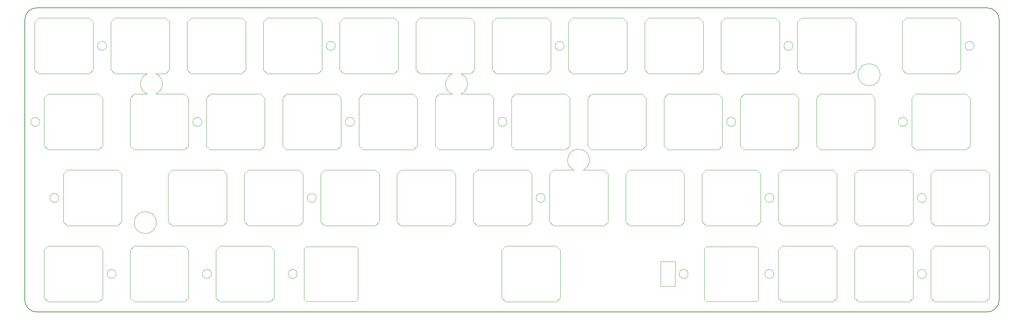
<source format=gbr>
%TF.GenerationSoftware,KiCad,Pcbnew,8.0.5*%
%TF.CreationDate,2024-11-10T19:03:44+01:00*%
%TF.ProjectId,plate tray,706c6174-6520-4747-9261-792e6b696361,rev?*%
%TF.SameCoordinates,Original*%
%TF.FileFunction,Profile,NP*%
%FSLAX46Y46*%
G04 Gerber Fmt 4.6, Leading zero omitted, Abs format (unit mm)*
G04 Created by KiCad (PCBNEW 8.0.5) date 2024-11-10 19:03:44*
%MOMM*%
%LPD*%
G01*
G04 APERTURE LIST*
%TA.AperFunction,Profile*%
%ADD10C,0.100000*%
%TD*%
%TA.AperFunction,Profile*%
%ADD11C,0.200000*%
%TD*%
%TA.AperFunction,Profile*%
%ADD12C,0.120000*%
%TD*%
G04 APERTURE END LIST*
D10*
X139856250Y-56006250D02*
X139856250Y-44006250D01*
X53330477Y-37956250D02*
X45293750Y-37956250D01*
D11*
X266156045Y-94631650D02*
G75*
G02*
X263156044Y-97631645I-3000045J50D01*
G01*
D10*
X247978782Y-69056250D02*
G75*
G02*
X245733718Y-69056250I-1122532J0D01*
G01*
X245733718Y-69056250D02*
G75*
G02*
X247978782Y-69056250I1122532J0D01*
G01*
X125256250Y-44006250D02*
X126256250Y-43006250D01*
X55509349Y-43006250D02*
X62656250Y-43006250D01*
X120493750Y-36956250D02*
X120493750Y-24956250D01*
X243216282Y-50006250D02*
G75*
G02*
X240971218Y-50006250I-1122532J0D01*
G01*
X240971218Y-50006250D02*
G75*
G02*
X243216282Y-50006250I1122532J0D01*
G01*
X45293750Y-23956250D02*
X57893750Y-23956250D01*
X181559133Y-85023727D02*
X185202687Y-85023727D01*
X185202687Y-91151781D01*
X181559133Y-91151781D01*
X181559133Y-85023727D01*
X126256250Y-57006250D02*
X125256250Y-56006250D01*
X153831250Y-63056250D02*
X154831250Y-62056250D01*
X105103782Y-50006250D02*
G75*
G02*
X102858718Y-50006250I-1122532J0D01*
G01*
X102858718Y-50006250D02*
G75*
G02*
X105103782Y-50006250I1122532J0D01*
G01*
X152728782Y-69056250D02*
G75*
G02*
X150483718Y-69056250I-1122532J0D01*
G01*
X150483718Y-69056250D02*
G75*
G02*
X152728782Y-69056250I1122532J0D01*
G01*
D11*
X22768752Y-24431750D02*
G75*
G02*
X25768750Y-21431752I2999998J0D01*
G01*
D10*
X134093750Y-37956250D02*
X131707031Y-37956250D01*
X26522532Y-50006250D02*
G75*
G02*
X24277468Y-50006250I-1122532J0D01*
G01*
X24277468Y-50006250D02*
G75*
G02*
X26522532Y-50006250I1122532J0D01*
G01*
X167431250Y-76056250D02*
X154831250Y-76056250D01*
X139856250Y-56006250D02*
X138856250Y-57006250D01*
D11*
X263156044Y-21431750D02*
X25768750Y-21431750D01*
D10*
X259885032Y-30956250D02*
G75*
G02*
X257639968Y-30956250I-1122532J0D01*
G01*
X257639968Y-30956250D02*
G75*
G02*
X259885032Y-30956250I1122532J0D01*
G01*
X209878782Y-69056250D02*
G75*
G02*
X207633718Y-69056250I-1122532J0D01*
G01*
X207633718Y-69056250D02*
G75*
G02*
X209878782Y-69056250I1122532J0D01*
G01*
D11*
X263156044Y-21431750D02*
G75*
G02*
X266156050Y-24431751I-44J-3000050D01*
G01*
D10*
X43191282Y-30956250D02*
G75*
G02*
X40946218Y-30956250I-1122532J0D01*
G01*
X40946218Y-30956250D02*
G75*
G02*
X43191282Y-30956250I1122532J0D01*
G01*
X247978782Y-88106250D02*
G75*
G02*
X245733718Y-88106250I-1122532J0D01*
G01*
X245733718Y-88106250D02*
G75*
G02*
X247978782Y-88106250I1122532J0D01*
G01*
X55507031Y-37956250D02*
G75*
G02*
X55509349Y-43006250I-1088281J-2525500D01*
G01*
X167431250Y-62056250D02*
X168431250Y-63056250D01*
D11*
X25768750Y-97631651D02*
X263156044Y-97631651D01*
D10*
X50056250Y-57006250D02*
X49056250Y-56006250D01*
X62656250Y-57006250D02*
X50056250Y-57006250D01*
X214641282Y-30956250D02*
G75*
G02*
X212396218Y-30956250I-1122532J0D01*
G01*
X212396218Y-30956250D02*
G75*
G02*
X214641282Y-30956250I1122532J0D01*
G01*
X120493750Y-24956250D02*
X121493750Y-23956250D01*
X135093750Y-36956250D02*
X134093750Y-37956250D01*
X90816282Y-88106250D02*
G75*
G02*
X88571218Y-88106250I-1122532J0D01*
G01*
X88571218Y-88106250D02*
G75*
G02*
X90816282Y-88106250I1122532J0D01*
G01*
X53328157Y-43006250D02*
G75*
G02*
X53330477Y-37956249I1090593J2524500D01*
G01*
D11*
X266156045Y-94631650D02*
X266156045Y-24431751D01*
D10*
X129528157Y-43006250D02*
G75*
G02*
X129530477Y-37956249I1090593J2524500D01*
G01*
X236406045Y-38181750D02*
G75*
G02*
X230906045Y-38181750I-2750000J0D01*
G01*
X230906045Y-38181750D02*
G75*
G02*
X236406045Y-38181750I2750000J0D01*
G01*
X162305771Y-62056250D02*
X167431250Y-62056250D01*
X168431250Y-63056250D02*
X168431250Y-75056250D01*
X121493750Y-37956250D02*
X120493750Y-36956250D01*
X131707031Y-37956250D02*
G75*
G02*
X131709349Y-43006250I-1088281J-2525500D01*
G01*
X50056250Y-43006250D02*
X49056250Y-44006250D01*
X138856250Y-43006250D02*
X131709349Y-43006250D01*
X157491282Y-30956250D02*
G75*
G02*
X155246218Y-30956250I-1122532J0D01*
G01*
X155246218Y-30956250D02*
G75*
G02*
X157491282Y-30956250I1122532J0D01*
G01*
X188447532Y-88106250D02*
G75*
G02*
X186202468Y-88106250I-1122532J0D01*
G01*
X186202468Y-88106250D02*
G75*
G02*
X188447532Y-88106250I1122532J0D01*
G01*
X67003782Y-50006250D02*
G75*
G02*
X64758718Y-50006250I-1122532J0D01*
G01*
X64758718Y-50006250D02*
G75*
G02*
X67003782Y-50006250I1122532J0D01*
G01*
X50056250Y-43006250D02*
X53328157Y-43006250D01*
D11*
X22768752Y-24431750D02*
X22768752Y-94631650D01*
D10*
X95578782Y-69056250D02*
G75*
G02*
X93333718Y-69056250I-1122532J0D01*
G01*
X93333718Y-69056250D02*
G75*
G02*
X95578782Y-69056250I1122532J0D01*
G01*
X121493750Y-23956250D02*
X134093750Y-23956250D01*
X31285032Y-69056250D02*
G75*
G02*
X29039968Y-69056250I-1122532J0D01*
G01*
X29039968Y-69056250D02*
G75*
G02*
X31285032Y-69056250I1122532J0D01*
G01*
X63656250Y-44006250D02*
X63656250Y-56006250D01*
X100341282Y-30956250D02*
G75*
G02*
X98096218Y-30956250I-1122532J0D01*
G01*
X98096218Y-30956250D02*
G75*
G02*
X100341282Y-30956250I1122532J0D01*
G01*
X58893750Y-24956250D02*
X58893750Y-36956250D01*
X45293750Y-37956250D02*
X44293750Y-36956250D01*
X143203782Y-50006250D02*
G75*
G02*
X140958718Y-50006250I-1122532J0D01*
G01*
X140958718Y-50006250D02*
G75*
G02*
X143203782Y-50006250I1122532J0D01*
G01*
X55618752Y-75231651D02*
G75*
G02*
X50118752Y-75231651I-2750000J0D01*
G01*
X50118752Y-75231651D02*
G75*
G02*
X55618752Y-75231651I2750000J0D01*
G01*
X45572532Y-88106250D02*
G75*
G02*
X43327468Y-88106250I-1122532J0D01*
G01*
X43327468Y-88106250D02*
G75*
G02*
X45572532Y-88106250I1122532J0D01*
G01*
X129530477Y-37956250D02*
X121493750Y-37956250D01*
X69385032Y-88106250D02*
G75*
G02*
X67139968Y-88106250I-1122532J0D01*
G01*
X67139968Y-88106250D02*
G75*
G02*
X69385032Y-88106250I1122532J0D01*
G01*
X154831250Y-76056250D02*
X153831250Y-75056250D01*
X62656250Y-43006250D02*
X63656250Y-44006250D01*
X57893750Y-37956250D02*
X58893750Y-36956250D01*
X209878782Y-88106250D02*
G75*
G02*
X207633718Y-88106250I-1122532J0D01*
G01*
X207633718Y-88106250D02*
G75*
G02*
X209878782Y-88106250I1122532J0D01*
G01*
X58893750Y-24956250D02*
X57893750Y-23956250D01*
X138856250Y-43006250D02*
X139856250Y-44006250D01*
X126256250Y-57006250D02*
X138856250Y-57006250D01*
X200353782Y-50006250D02*
G75*
G02*
X198108718Y-50006250I-1122532J0D01*
G01*
X198108718Y-50006250D02*
G75*
G02*
X200353782Y-50006250I1122532J0D01*
G01*
X129528157Y-43006250D02*
X126256250Y-43006250D01*
X62656250Y-57006250D02*
X63656250Y-56006250D01*
X44293750Y-24956250D02*
X45293750Y-23956250D01*
X159906319Y-62056250D02*
G75*
G02*
X162305771Y-62056250I1199726J2474502D01*
G01*
D11*
X25768750Y-97631651D02*
G75*
G02*
X22768749Y-94631650I0J3000001D01*
G01*
D10*
X57893750Y-37956250D02*
X55507031Y-37956250D01*
X49056250Y-56006250D02*
X49056250Y-44006250D01*
X153831250Y-75056250D02*
X153831250Y-63056250D01*
X168431250Y-75056250D02*
X167431250Y-76056250D01*
X134093750Y-23956250D02*
X135093750Y-24956250D01*
X125256250Y-44006250D02*
X125256250Y-56006250D01*
X44293750Y-36956250D02*
X44293750Y-24956250D01*
X154831250Y-62056250D02*
X159906319Y-62056250D01*
X135093750Y-24956250D02*
X135093750Y-36956250D01*
D12*
%TO.C,REF\u002A\u002A*%
X139543750Y-24956250D02*
X139543750Y-36956250D01*
X139543750Y-36956250D02*
X140543750Y-37956250D01*
X140543750Y-23956250D02*
X139543750Y-24956250D01*
X140543750Y-37956250D02*
X153143750Y-37956250D01*
X153143750Y-23956250D02*
X140543750Y-23956250D01*
X153143750Y-23956250D02*
X154143750Y-24956250D01*
X153143750Y-37956250D02*
X154143750Y-36956250D01*
X154143750Y-36956250D02*
X154143750Y-24956250D01*
X49056250Y-82106250D02*
X49056250Y-94106250D01*
X49056250Y-94106250D02*
X50056250Y-95106250D01*
X50056250Y-81106250D02*
X49056250Y-82106250D01*
X50056250Y-95106250D02*
X62656250Y-95106250D01*
X62656250Y-81106250D02*
X50056250Y-81106250D01*
X62656250Y-81106250D02*
X63656250Y-82106250D01*
X62656250Y-95106250D02*
X63656250Y-94106250D01*
X63656250Y-94106250D02*
X63656250Y-82106250D01*
X27625000Y-82106250D02*
X27625000Y-94106250D01*
X27625000Y-94106250D02*
X28625000Y-95106250D01*
X28625000Y-81106250D02*
X27625000Y-82106250D01*
X28625000Y-95106250D02*
X41225000Y-95106250D01*
X41225000Y-81106250D02*
X28625000Y-81106250D01*
X41225000Y-81106250D02*
X42225000Y-82106250D01*
X41225000Y-95106250D02*
X42225000Y-94106250D01*
X42225000Y-94106250D02*
X42225000Y-82106250D01*
X106206250Y-44006250D02*
X106206250Y-56006250D01*
X106206250Y-56006250D02*
X107206250Y-57006250D01*
X107206250Y-43006250D02*
X106206250Y-44006250D01*
X107206250Y-57006250D02*
X119806250Y-57006250D01*
X119806250Y-43006250D02*
X107206250Y-43006250D01*
X119806250Y-43006250D02*
X120806250Y-44006250D01*
X119806250Y-57006250D02*
X120806250Y-56006250D01*
X120806250Y-56006250D02*
X120806250Y-44006250D01*
X172881250Y-63056250D02*
X172881250Y-75056250D01*
X172881250Y-75056250D02*
X173881250Y-76056250D01*
X173881250Y-62056250D02*
X172881250Y-63056250D01*
X173881250Y-76056250D02*
X186481250Y-76056250D01*
X186481250Y-62056250D02*
X173881250Y-62056250D01*
X186481250Y-62056250D02*
X187481250Y-63056250D01*
X186481250Y-76056250D02*
X187481250Y-75056250D01*
X187481250Y-75056250D02*
X187481250Y-63056250D01*
X87156250Y-44006250D02*
X87156250Y-56006250D01*
X87156250Y-56006250D02*
X88156250Y-57006250D01*
X88156250Y-43006250D02*
X87156250Y-44006250D01*
X88156250Y-57006250D02*
X100756250Y-57006250D01*
X100756250Y-43006250D02*
X88156250Y-43006250D01*
X100756250Y-43006250D02*
X101756250Y-44006250D01*
X100756250Y-57006250D02*
X101756250Y-56006250D01*
X101756250Y-56006250D02*
X101756250Y-44006250D01*
X68106250Y-44006250D02*
X68106250Y-56006250D01*
X68106250Y-56006250D02*
X69106250Y-57006250D01*
X69106250Y-43006250D02*
X68106250Y-44006250D01*
X69106250Y-57006250D02*
X81706250Y-57006250D01*
X81706250Y-43006250D02*
X69106250Y-43006250D01*
X81706250Y-43006250D02*
X82706250Y-44006250D01*
X81706250Y-57006250D02*
X82706250Y-56006250D01*
X82706250Y-56006250D02*
X82706250Y-44006250D01*
X215743750Y-24956250D02*
X215743750Y-36956250D01*
X215743750Y-36956250D02*
X216743750Y-37956250D01*
X216743750Y-23956250D02*
X215743750Y-24956250D01*
X216743750Y-37956250D02*
X229343750Y-37956250D01*
X229343750Y-23956250D02*
X216743750Y-23956250D01*
X229343750Y-23956250D02*
X230343750Y-24956250D01*
X229343750Y-37956250D02*
X230343750Y-36956250D01*
X230343750Y-36956250D02*
X230343750Y-24956250D01*
X244318750Y-44006250D02*
X244318750Y-56006250D01*
X244318750Y-56006250D02*
X245318750Y-57006250D01*
X245318750Y-43006250D02*
X244318750Y-44006250D01*
X245318750Y-57006250D02*
X257918750Y-57006250D01*
X257918750Y-43006250D02*
X245318750Y-43006250D01*
X257918750Y-43006250D02*
X258918750Y-44006250D01*
X257918750Y-57006250D02*
X258918750Y-56006250D01*
X258918750Y-56006250D02*
X258918750Y-44006250D01*
X241937500Y-24956250D02*
X241937500Y-36956250D01*
X241937500Y-36956250D02*
X242937500Y-37956250D01*
X242937500Y-23956250D02*
X241937500Y-24956250D01*
X242937500Y-37956250D02*
X255537500Y-37956250D01*
X255537500Y-23956250D02*
X242937500Y-23956250D01*
X255537500Y-23956250D02*
X256537500Y-24956250D01*
X255537500Y-37956250D02*
X256537500Y-36956250D01*
X256537500Y-36956250D02*
X256537500Y-24956250D01*
X201456250Y-44006250D02*
X201456250Y-56006250D01*
X201456250Y-56006250D02*
X202456250Y-57006250D01*
X202456250Y-43006250D02*
X201456250Y-44006250D01*
X202456250Y-57006250D02*
X215056250Y-57006250D01*
X215056250Y-43006250D02*
X202456250Y-43006250D01*
X215056250Y-43006250D02*
X216056250Y-44006250D01*
X215056250Y-57006250D02*
X216056250Y-56006250D01*
X216056250Y-56006250D02*
X216056250Y-44006250D01*
X77631250Y-63056250D02*
X77631250Y-75056250D01*
X77631250Y-75056250D02*
X78631250Y-76056250D01*
X78631250Y-62056250D02*
X77631250Y-63056250D01*
X78631250Y-76056250D02*
X91231250Y-76056250D01*
X91231250Y-62056250D02*
X78631250Y-62056250D01*
X91231250Y-62056250D02*
X92231250Y-63056250D01*
X91231250Y-76056250D02*
X92231250Y-75056250D01*
X92231250Y-75056250D02*
X92231250Y-63056250D01*
X32387500Y-63056250D02*
X32387500Y-75056250D01*
X32387500Y-75056250D02*
X33387500Y-76056250D01*
X33387500Y-62056250D02*
X32387500Y-63056250D01*
X33387500Y-76056250D02*
X45987500Y-76056250D01*
X45987500Y-62056250D02*
X33387500Y-62056250D01*
X45987500Y-62056250D02*
X46987500Y-63056250D01*
X45987500Y-76056250D02*
X46987500Y-75056250D01*
X46987500Y-75056250D02*
X46987500Y-63056250D01*
X191931250Y-63056250D02*
X191931250Y-75056250D01*
X191931250Y-75056250D02*
X192931250Y-76056250D01*
X192931250Y-62056250D02*
X191931250Y-63056250D01*
X192931250Y-76056250D02*
X205531250Y-76056250D01*
X205531250Y-62056250D02*
X192931250Y-62056250D01*
X205531250Y-62056250D02*
X206531250Y-63056250D01*
X205531250Y-76056250D02*
X206531250Y-75056250D01*
X206531250Y-75056250D02*
X206531250Y-63056250D01*
X141925000Y-82106250D02*
X141925000Y-94106250D01*
X141925000Y-94106250D02*
X142925000Y-95106250D01*
X142925000Y-81106250D02*
X141925000Y-82106250D01*
X142925000Y-95106250D02*
X155525000Y-95106250D01*
X155525000Y-81106250D02*
X142925000Y-81106250D01*
X155525000Y-81106250D02*
X156525000Y-82106250D01*
X155525000Y-95106250D02*
X156525000Y-94106250D01*
X156525000Y-94106250D02*
X156525000Y-82106250D01*
X182406250Y-44006250D02*
X182406250Y-56006250D01*
X182406250Y-56006250D02*
X183406250Y-57006250D01*
X183406250Y-43006250D02*
X182406250Y-44006250D01*
X183406250Y-57006250D02*
X196006250Y-57006250D01*
X196006250Y-43006250D02*
X183406250Y-43006250D01*
X196006250Y-43006250D02*
X197006250Y-44006250D01*
X196006250Y-57006250D02*
X197006250Y-56006250D01*
X197006250Y-56006250D02*
X197006250Y-44006250D01*
X27625000Y-44006250D02*
X27625000Y-56006250D01*
X27625000Y-56006250D02*
X28625000Y-57006250D01*
X28625000Y-43006250D02*
X27625000Y-44006250D01*
X28625000Y-57006250D02*
X41225000Y-57006250D01*
X41225000Y-43006250D02*
X28625000Y-43006250D01*
X41225000Y-43006250D02*
X42225000Y-44006250D01*
X41225000Y-57006250D02*
X42225000Y-56006250D01*
X42225000Y-56006250D02*
X42225000Y-44006250D01*
X249081250Y-82106250D02*
X249081250Y-94106250D01*
X249081250Y-94106250D02*
X250081250Y-95106250D01*
X250081250Y-81106250D02*
X249081250Y-82106250D01*
X250081250Y-95106250D02*
X262681250Y-95106250D01*
X262681250Y-81106250D02*
X250081250Y-81106250D01*
X262681250Y-81106250D02*
X263681250Y-82106250D01*
X262681250Y-95106250D02*
X263681250Y-94106250D01*
X263681250Y-94106250D02*
X263681250Y-82106250D01*
X115731250Y-63056250D02*
X115731250Y-75056250D01*
X115731250Y-75056250D02*
X116731250Y-76056250D01*
X116731250Y-62056250D02*
X115731250Y-63056250D01*
X116731250Y-76056250D02*
X129331250Y-76056250D01*
X129331250Y-62056250D02*
X116731250Y-62056250D01*
X129331250Y-62056250D02*
X130331250Y-63056250D01*
X129331250Y-76056250D02*
X130331250Y-75056250D01*
X130331250Y-75056250D02*
X130331250Y-63056250D01*
X25243750Y-24956250D02*
X25243750Y-36956250D01*
X25243750Y-36956250D02*
X26243750Y-37956250D01*
X26243750Y-23956250D02*
X25243750Y-24956250D01*
X26243750Y-37956250D02*
X38843750Y-37956250D01*
X38843750Y-23956250D02*
X26243750Y-23956250D01*
X38843750Y-23956250D02*
X39843750Y-24956250D01*
X38843750Y-37956250D02*
X39843750Y-36956250D01*
X39843750Y-36956250D02*
X39843750Y-24956250D01*
X92487500Y-81742750D02*
X92487500Y-94469750D01*
X92487500Y-94469750D02*
X92994500Y-94976750D01*
X92994500Y-81235750D02*
X92487500Y-81742750D01*
X92994500Y-94976750D02*
X105442500Y-94976750D01*
X105442500Y-81235750D02*
X92994500Y-81235750D01*
X105442500Y-94976750D02*
X105949500Y-94469750D01*
X105949500Y-81742750D02*
X105442500Y-81235750D01*
X105949500Y-94469750D02*
X105949500Y-81742750D01*
X192500500Y-81742750D02*
X192500500Y-94469750D01*
X192500500Y-81742750D02*
X193000500Y-81235750D01*
X192500500Y-94469750D02*
X193007500Y-94976750D01*
X193000500Y-81235750D02*
X205462500Y-81235750D01*
X193007500Y-94976750D02*
X205455500Y-94976750D01*
X205455500Y-94976750D02*
X205962500Y-94469750D01*
X205462500Y-81235750D02*
X205962500Y-81742750D01*
X205962500Y-94469750D02*
X205962500Y-81742750D01*
X58581250Y-63056250D02*
X58581250Y-75056250D01*
X58581250Y-75056250D02*
X59581250Y-76056250D01*
X59581250Y-62056250D02*
X58581250Y-63056250D01*
X59581250Y-76056250D02*
X72181250Y-76056250D01*
X72181250Y-62056250D02*
X59581250Y-62056250D01*
X72181250Y-62056250D02*
X73181250Y-63056250D01*
X72181250Y-76056250D02*
X73181250Y-75056250D01*
X73181250Y-75056250D02*
X73181250Y-63056250D01*
X101443750Y-24956250D02*
X101443750Y-36956250D01*
X101443750Y-36956250D02*
X102443750Y-37956250D01*
X102443750Y-23956250D02*
X101443750Y-24956250D01*
X102443750Y-37956250D02*
X115043750Y-37956250D01*
X115043750Y-23956250D02*
X102443750Y-23956250D01*
X115043750Y-23956250D02*
X116043750Y-24956250D01*
X115043750Y-37956250D02*
X116043750Y-36956250D01*
X116043750Y-36956250D02*
X116043750Y-24956250D01*
X230031250Y-63056250D02*
X230031250Y-75056250D01*
X230031250Y-75056250D02*
X231031250Y-76056250D01*
X231031250Y-62056250D02*
X230031250Y-63056250D01*
X231031250Y-76056250D02*
X243631250Y-76056250D01*
X243631250Y-62056250D02*
X231031250Y-62056250D01*
X243631250Y-62056250D02*
X244631250Y-63056250D01*
X243631250Y-76056250D02*
X244631250Y-75056250D01*
X244631250Y-75056250D02*
X244631250Y-63056250D01*
X249081250Y-63056250D02*
X249081250Y-75056250D01*
X249081250Y-75056250D02*
X250081250Y-76056250D01*
X250081250Y-62056250D02*
X249081250Y-63056250D01*
X250081250Y-76056250D02*
X262681250Y-76056250D01*
X262681250Y-62056250D02*
X250081250Y-62056250D01*
X262681250Y-62056250D02*
X263681250Y-63056250D01*
X262681250Y-76056250D02*
X263681250Y-75056250D01*
X263681250Y-75056250D02*
X263681250Y-63056250D01*
X210981250Y-82106250D02*
X210981250Y-94106250D01*
X210981250Y-94106250D02*
X211981250Y-95106250D01*
X211981250Y-81106250D02*
X210981250Y-82106250D01*
X211981250Y-95106250D02*
X224581250Y-95106250D01*
X224581250Y-81106250D02*
X211981250Y-81106250D01*
X224581250Y-81106250D02*
X225581250Y-82106250D01*
X224581250Y-95106250D02*
X225581250Y-94106250D01*
X225581250Y-94106250D02*
X225581250Y-82106250D01*
X96681250Y-63056250D02*
X96681250Y-75056250D01*
X96681250Y-75056250D02*
X97681250Y-76056250D01*
X97681250Y-62056250D02*
X96681250Y-63056250D01*
X97681250Y-76056250D02*
X110281250Y-76056250D01*
X110281250Y-62056250D02*
X97681250Y-62056250D01*
X110281250Y-62056250D02*
X111281250Y-63056250D01*
X110281250Y-76056250D02*
X111281250Y-75056250D01*
X111281250Y-75056250D02*
X111281250Y-63056250D01*
X163356250Y-44006250D02*
X163356250Y-56006250D01*
X163356250Y-56006250D02*
X164356250Y-57006250D01*
X164356250Y-43006250D02*
X163356250Y-44006250D01*
X164356250Y-57006250D02*
X176956250Y-57006250D01*
X176956250Y-43006250D02*
X164356250Y-43006250D01*
X176956250Y-43006250D02*
X177956250Y-44006250D01*
X176956250Y-57006250D02*
X177956250Y-56006250D01*
X177956250Y-56006250D02*
X177956250Y-44006250D01*
X82393750Y-24956250D02*
X82393750Y-36956250D01*
X82393750Y-36956250D02*
X83393750Y-37956250D01*
X83393750Y-23956250D02*
X82393750Y-24956250D01*
X83393750Y-37956250D02*
X95993750Y-37956250D01*
X95993750Y-23956250D02*
X83393750Y-23956250D01*
X95993750Y-23956250D02*
X96993750Y-24956250D01*
X95993750Y-37956250D02*
X96993750Y-36956250D01*
X96993750Y-36956250D02*
X96993750Y-24956250D01*
X70487500Y-82106250D02*
X70487500Y-94106250D01*
X70487500Y-94106250D02*
X71487500Y-95106250D01*
X71487500Y-81106250D02*
X70487500Y-82106250D01*
X71487500Y-95106250D02*
X84087500Y-95106250D01*
X84087500Y-81106250D02*
X71487500Y-81106250D01*
X84087500Y-81106250D02*
X85087500Y-82106250D01*
X84087500Y-95106250D02*
X85087500Y-94106250D01*
X85087500Y-94106250D02*
X85087500Y-82106250D01*
X210981250Y-63056250D02*
X210981250Y-75056250D01*
X210981250Y-75056250D02*
X211981250Y-76056250D01*
X211981250Y-62056250D02*
X210981250Y-63056250D01*
X211981250Y-76056250D02*
X224581250Y-76056250D01*
X224581250Y-62056250D02*
X211981250Y-62056250D01*
X224581250Y-62056250D02*
X225581250Y-63056250D01*
X224581250Y-76056250D02*
X225581250Y-75056250D01*
X225581250Y-75056250D02*
X225581250Y-63056250D01*
X196693750Y-24956250D02*
X196693750Y-36956250D01*
X196693750Y-36956250D02*
X197693750Y-37956250D01*
X197693750Y-23956250D02*
X196693750Y-24956250D01*
X197693750Y-37956250D02*
X210293750Y-37956250D01*
X210293750Y-23956250D02*
X197693750Y-23956250D01*
X210293750Y-23956250D02*
X211293750Y-24956250D01*
X210293750Y-37956250D02*
X211293750Y-36956250D01*
X211293750Y-36956250D02*
X211293750Y-24956250D01*
X134781250Y-63056250D02*
X134781250Y-75056250D01*
X134781250Y-75056250D02*
X135781250Y-76056250D01*
X135781250Y-62056250D02*
X134781250Y-63056250D01*
X135781250Y-76056250D02*
X148381250Y-76056250D01*
X148381250Y-62056250D02*
X135781250Y-62056250D01*
X148381250Y-62056250D02*
X149381250Y-63056250D01*
X148381250Y-76056250D02*
X149381250Y-75056250D01*
X149381250Y-75056250D02*
X149381250Y-63056250D01*
X177643750Y-24956250D02*
X177643750Y-36956250D01*
X177643750Y-36956250D02*
X178643750Y-37956250D01*
X178643750Y-23956250D02*
X177643750Y-24956250D01*
X178643750Y-37956250D02*
X191243750Y-37956250D01*
X191243750Y-23956250D02*
X178643750Y-23956250D01*
X191243750Y-23956250D02*
X192243750Y-24956250D01*
X191243750Y-37956250D02*
X192243750Y-36956250D01*
X192243750Y-36956250D02*
X192243750Y-24956250D01*
X220506250Y-44006250D02*
X220506250Y-56006250D01*
X220506250Y-56006250D02*
X221506250Y-57006250D01*
X221506250Y-43006250D02*
X220506250Y-44006250D01*
X221506250Y-57006250D02*
X234106250Y-57006250D01*
X234106250Y-43006250D02*
X221506250Y-43006250D01*
X234106250Y-43006250D02*
X235106250Y-44006250D01*
X234106250Y-57006250D02*
X235106250Y-56006250D01*
X235106250Y-56006250D02*
X235106250Y-44006250D01*
X63343750Y-24956250D02*
X63343750Y-36956250D01*
X63343750Y-36956250D02*
X64343750Y-37956250D01*
X64343750Y-23956250D02*
X63343750Y-24956250D01*
X64343750Y-37956250D02*
X76943750Y-37956250D01*
X76943750Y-23956250D02*
X64343750Y-23956250D01*
X76943750Y-23956250D02*
X77943750Y-24956250D01*
X76943750Y-37956250D02*
X77943750Y-36956250D01*
X77943750Y-36956250D02*
X77943750Y-24956250D01*
X144306250Y-44006250D02*
X144306250Y-56006250D01*
X144306250Y-56006250D02*
X145306250Y-57006250D01*
X145306250Y-43006250D02*
X144306250Y-44006250D01*
X145306250Y-57006250D02*
X157906250Y-57006250D01*
X157906250Y-43006250D02*
X145306250Y-43006250D01*
X157906250Y-43006250D02*
X158906250Y-44006250D01*
X157906250Y-57006250D02*
X158906250Y-56006250D01*
X158906250Y-56006250D02*
X158906250Y-44006250D01*
X158593750Y-24956250D02*
X158593750Y-36956250D01*
X158593750Y-36956250D02*
X159593750Y-37956250D01*
X159593750Y-23956250D02*
X158593750Y-24956250D01*
X159593750Y-37956250D02*
X172193750Y-37956250D01*
X172193750Y-23956250D02*
X159593750Y-23956250D01*
X172193750Y-23956250D02*
X173193750Y-24956250D01*
X172193750Y-37956250D02*
X173193750Y-36956250D01*
X173193750Y-36956250D02*
X173193750Y-24956250D01*
X230031250Y-82106250D02*
X230031250Y-94106250D01*
X230031250Y-94106250D02*
X231031250Y-95106250D01*
X231031250Y-81106250D02*
X230031250Y-82106250D01*
X231031250Y-95106250D02*
X243631250Y-95106250D01*
X243631250Y-81106250D02*
X231031250Y-81106250D01*
X243631250Y-81106250D02*
X244631250Y-82106250D01*
X243631250Y-95106250D02*
X244631250Y-94106250D01*
X244631250Y-94106250D02*
X244631250Y-82106250D01*
%TD*%
M02*

</source>
